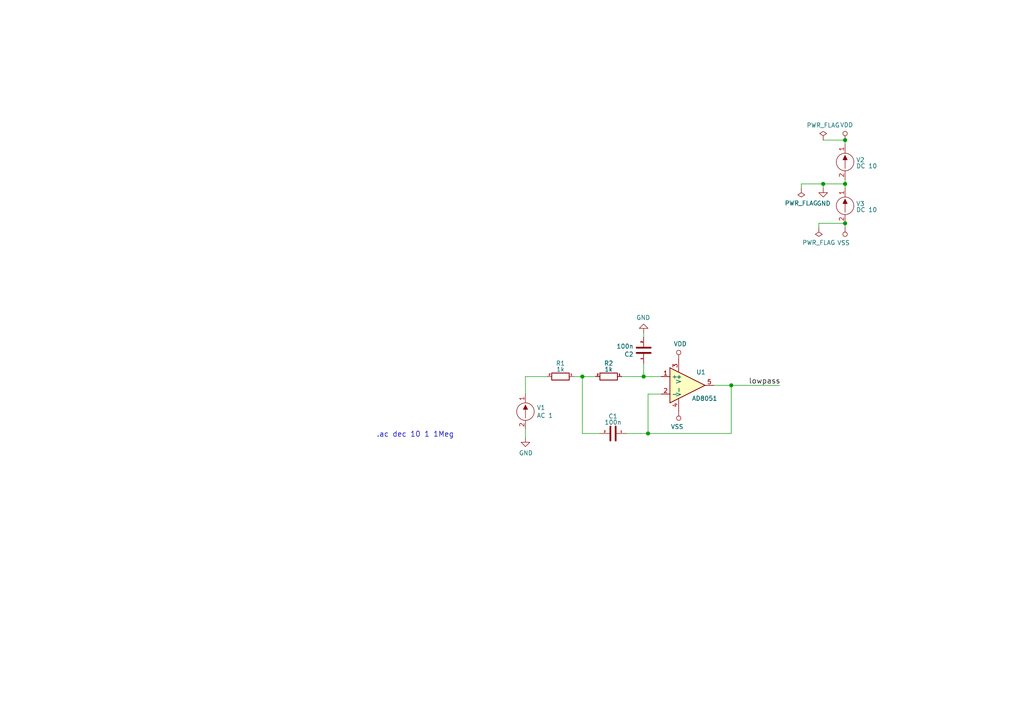
<source format=kicad_sch>
(kicad_sch (version 20220404) (generator eeschema)
  (paper "A4")
  (lib_symbols
    (symbol "C_1" (pin_names (offset 0) hide)
      (property "Reference" "C" (at 0.635 2.54 0))
      (property "Value" "C_1" (at 0.635 -2.54 0))
      (symbol "C_1_0_1"
        (polyline (pts (xy -2.032 -0.762) (xy 2.032 -0.762)) (stroke (width 0.508)))
        (polyline (pts (xy -2.032 0.762) (xy 2.032 0.762)) (stroke (width 0.508)))
      )
      (symbol "C_1_1_1"
        (pin passive line (at 0 3.81 270) (length 2.794) (name "1") (number "1"))
        (pin passive line (at 0 -3.81 90) (length 2.794) (name "2") (number "2"))
      )
    )
    (symbol "R_1" (pin_names (offset 0) hide)
      (property "Reference" "R" (at 2.032 0 90))
      (property "Value" "R_1" (at 0 0 90))
      (symbol "R_1_0_1"
        (rectangle (start -1.016 -2.54) (end 1.016 2.54) (stroke (width 0.254)))
      )
      (symbol "R_1_1_1"
        (pin passive line (at 0 3.81 270) (length 1.27) (name "1") (number "1"))
        (pin passive line (at 0 -3.81 90) (length 1.27) (name "2") (number "2"))
      )
    )
    (symbol "power:PWR_FLAG" (power) (pin_numbers hide) (pin_names (offset 0) hide)
      (property "Value" "PWR_FLAG" (at 0 3.81 0))
      (symbol "PWR_FLAG_0_0"
        (pin power_out line (at 0 0 90) (length 0) (name "pwr") (number "1"))
      )
      (symbol "PWR_FLAG_0_1"
        (polyline (pts (xy 0 0) (xy 0 1.27) (xy -1.016 1.905) (xy 0 2.54) (xy 1.016 1.905) (xy 0 1.27)))
      )
    )
    (symbol "sallen_key_schlib:C" (pin_names (offset 0) hide)
      (property "Reference" "C" (at 0.635 2.54 0))
      (property "Value" "C" (at 0.635 -2.54 0))
      (symbol "C_0_1"
        (polyline (pts (xy -2.032 -0.762) (xy 2.032 -0.762)) (stroke (width 0.508)))
        (polyline (pts (xy -2.032 0.762) (xy 2.032 0.762)) (stroke (width 0.508)))
      )
      (symbol "C_1_1"
        (pin passive line (at 0 3.81 270) (length 2.794) (name "1") (number "1"))
        (pin passive line (at 0 -3.81 90) (length 2.794) (name "2") (number "2"))
      )
    )
    (symbol "sallen_key_schlib:GND" (power) (pin_names (offset 0))
      (property "Value" "GND" (at 0 -3.81 0))
      (symbol "GND_0_1"
        (polyline (pts (xy 0 0) (xy 0 -1.27) (xy 1.27 -1.27) (xy 0 -2.54) (xy -1.27 -1.27) (xy 0 -1.27)))
      )
      (symbol "GND_1_1"
        (pin power_in line (at 0 0 270) (length 0) hide (name "GND") (number "1"))
      )
    )
    (symbol "sallen_key_schlib:Generic_Opamp"
      (property "Reference" "U" (at 0 6.35 0))
      (property "Value" "Generic_Opamp" (at 0 3.81 0))
      (symbol "Generic_Opamp_0_1"
        (polyline (pts (xy -5.08 5.08) (xy 5.08 0) (xy -5.08 -5.08) (xy -5.08 5.08)) (stroke (width 0.254)) (fill (type background)))
      )
      (symbol "Generic_Opamp_1_1"
        (pin input line (at -7.62 2.54 0) (length 2.54) (name "+") (number "1"))
        (pin input line (at -7.62 -2.54 0) (length 2.54) (name "-") (number "2"))
        (pin power_in line (at -2.54 7.62 270) (length 3.81) (name "V+") (number "3"))
        (pin power_in line (at -2.54 -7.62 90) (length 3.81) (name "V-") (number "4"))
        (pin output line (at 7.62 0 180) (length 2.54) (name "~") (number "5"))
      )
    )
    (symbol "sallen_key_schlib:R" (pin_names (offset 0) hide)
      (property "Reference" "R" (at 2.032 0 90))
      (property "Value" "R" (at 0 0 90))
      (symbol "R_0_1"
        (rectangle (start -1.016 -2.54) (end 1.016 2.54) (stroke (width 0.254)))
      )
      (symbol "R_1_1"
        (pin passive line (at 0 3.81 270) (length 1.27) (name "1") (number "1"))
        (pin passive line (at 0 -3.81 90) (length 1.27) (name "2") (number "2"))
      )
    )
    (symbol "sallen_key_schlib:VDD" (power) (pin_names (offset 0))
      (property "Value" "VDD" (at 0 3.81 0))
      (symbol "VDD_0_1"
        (polyline (pts (xy 0 0) (xy 0 1.27)))
        (circle (center 0 1.905) (radius 0.635))
      )
      (symbol "VDD_1_1"
        (pin power_in line (at 0 0 90) (length 0) hide (name "VDD") (number "1"))
      )
    )
    (symbol "sallen_key_schlib:VSOURCE" (pin_names (offset 1.016))
      (property "Reference" "V" (at 5.08 5.08 0))
      (symbol "VSOURCE_0_1"
        (polyline (pts (xy 0 -1.905) (xy 0 1.905)))
        (polyline (pts (xy 0 1.905) (xy -0.635 0.635) (xy 0.635 0.635) (xy 0 1.905)) (fill (type outline)))
        (circle (center 0 0) (radius 2.54))
      )
      (symbol "VSOURCE_1_1"
        (pin input line (at 0 5.08 270) (length 2.54) (name "~") (number "1"))
        (pin input line (at 0 -5.08 90) (length 2.54) (name "~") (number "2"))
      )
    )
    (symbol "sallen_key_schlib:VSS" (power) (pin_names (offset 0))
      (property "Value" "VSS" (at 0 3.81 0))
      (symbol "VSS_0_1"
        (polyline (pts (xy 0 0) (xy 0 1.27)))
        (circle (center 0 1.905) (radius 0.635))
      )
      (symbol "VSS_1_1"
        (pin power_in line (at 0 0 90) (length 0) hide (name "VSS") (number "1"))
      )
    )
  )
  (junction (at 238.76 53.34) (diameter 1.016))
  (junction (at 245.11 40.64) (diameter 1.016))
  (junction (at 245.11 64.77) (diameter 1.016))
  (junction (at 168.91 109.22) (diameter 1.016))
  (junction (at 212.09 111.76) (diameter 1.016))
  (junction (at 245.11 53.34) (diameter 1.016))
  (junction (at 187.96 125.73) (diameter 1.016))
  (junction (at 186.69 109.22) (diameter 1.016))
  (wire (pts (xy 212.09 125.73) (xy 187.96 125.73)))
  (wire (pts (xy 168.91 109.22) (xy 172.72 109.22)))
  (wire (pts (xy 187.96 114.3) (xy 191.77 114.3)))
  (wire (pts (xy 238.76 53.34) (xy 245.11 53.34)))
  (wire (pts (xy 237.49 64.77) (xy 237.49 66.04)))
  (wire (pts (xy 186.69 109.22) (xy 191.77 109.22)))
  (wire (pts (xy 187.96 125.73) (xy 181.61 125.73)))
  (wire (pts (xy 180.34 109.22) (xy 186.69 109.22)))
  (wire (pts (xy 152.4 124.46) (xy 152.4 127)))
  (wire (pts (xy 245.11 64.77) (xy 237.49 64.77)))
  (wire (pts (xy 168.91 125.73) (xy 168.91 109.22)))
  (wire (pts (xy 212.09 125.73) (xy 212.09 111.76)))
  (wire (pts (xy 187.96 125.73) (xy 187.96 114.3)))
  (wire (pts (xy 212.09 111.76) (xy 226.06 111.76)))
  (wire (pts (xy 173.99 125.73) (xy 168.91 125.73)))
  (wire (pts (xy 166.37 109.22) (xy 168.91 109.22)))
  (wire (pts (xy 245.11 52.07) (xy 245.11 53.34)))
  (wire (pts (xy 238.76 53.34) (xy 238.76 54.61)))
  (wire (pts (xy 238.76 40.64) (xy 245.11 40.64)))
  (wire (pts (xy 186.69 105.41) (xy 186.69 109.22)))
  (wire (pts (xy 245.11 53.34) (xy 245.11 54.61)))
  (wire (pts (xy 232.41 53.34) (xy 232.41 54.61)))
  (wire (pts (xy 245.11 66.04) (xy 245.11 64.77)))
  (wire (pts (xy 232.41 53.34) (xy 238.76 53.34)))
  (wire (pts (xy 245.11 40.64) (xy 245.11 41.91)))
  (wire (pts (xy 186.69 96.52) (xy 186.69 97.79)))
  (wire (pts (xy 207.01 111.76) (xy 212.09 111.76)))
  (wire (pts (xy 158.75 109.22) (xy 152.4 109.22)))
  (wire (pts (xy 152.4 109.22) (xy 152.4 114.3)))
  (text ".ac dec 10 1 1Meg\n" (at 109.22 127 0) (effects (font (size 1.524 1.524)) (justify left bottom)))
  (label "lowpass" (at 217.17 111.76 0) (effects (font (size 1.524 1.524))))
  (symbol (lib_id "sallen_key_schlib:VSOURCE") (at 152.4 119.38 0) (unit 1)
    (default_instance (reference "U") (unit 1) (value "") (footprint ""))
    (property "Reference" "V1" (at 155.6512 118.2116 0) (effects (justify left)))
    (property "Value" "AC 1" (at 155.6512 120.523 0) (effects (justify left)))
    (property "Fieldname" "Value" (effects hide))
    (property "Spice_Primitive" "V" (effects hide))
    (property "Spice_Node_Sequence" "1 2" (effects hide))
  )
  (symbol (lib_id "sallen_key_schlib:Generic_Opamp") (at 199.39 111.76 0) (unit 1)
    (default_instance (reference "U") (unit 1) (value "") (footprint ""))
    (property "Reference" "U1" (at 201.93 107.95 0) (effects (justify left)))
    (property "Value" "AD8051" (at 200.66 115.57 0) (effects (justify left)))
    (property "Spice_Primitive" "X" (effects hide))
    (property "Spice_Model" "AD8051" (effects hide))
    (property "Spice_Lib_File" "ad8051.lib" (effects hide))
    (property "Spice_Netlist_Enabled" "Y" (effects hide))
  )
  (symbol (lib_id "sallen_key_schlib:VSOURCE") (at 245.11 46.99 0) (unit 1)
    (default_instance (reference "U") (unit 1) (value "") (footprint ""))
    (property "Reference" "V2" (at 248.285 46.3955 0) (effects (justify left)))
    (property "Value" "DC 10" (at 248.285 48.1577 0) (effects (justify left)))
    (property "Fieldname" "Value" (effects hide))
    (property "Spice_Primitive" "V" (effects hide))
    (property "Spice_Node_Sequence" "1 2" (effects hide))
  )
  (symbol (lib_id "sallen_key_schlib:VSOURCE") (at 245.11 59.69 0) (unit 1)
    (default_instance (reference "U") (unit 1) (value "") (footprint ""))
    (property "Reference" "V3" (at 248.285 59.0955 0) (effects (justify left)))
    (property "Value" "DC 10" (at 248.285 60.8577 0) (effects (justify left)))
    (property "Fieldname" "Value" (effects hide))
    (property "Spice_Primitive" "V" (effects hide))
    (property "Spice_Node_Sequence" "1 2" (effects hide))
  )
  (symbol (lib_id "sallen_key_schlib:GND") (at 238.76 54.61 0) (unit 1)
    (default_instance (reference "U") (unit 1) (value "") (footprint ""))
    (property "Reference" "#PWR05" (effects hide))
    (property "Value" "GND" (at 238.887 59.0042 0))
  )
  (symbol (lib_id "sallen_key_schlib:VDD") (at 245.11 40.64 0) (unit 1)
    (default_instance (reference "U") (unit 1) (value "") (footprint ""))
    (property "Reference" "#PWR06" (effects hide))
    (property "Value" "VDD" (at 245.5418 36.2458 0))
  )
  (symbol (lib_id "sallen_key_schlib:VSS") (at 245.11 66.04 180) (unit 1)
    (default_instance (reference "U") (unit 1) (value "") (footprint ""))
    (property "Reference" "#PWR07" (effects hide))
    (property "Value" "VSS" (at 244.6528 70.4342 0))
  )
  (symbol (lib_id "sallen_key_schlib:VDD") (at 196.85 104.14 0) (unit 1)
    (default_instance (reference "U") (unit 1) (value "") (footprint ""))
    (property "Reference" "#PWR03" (effects hide))
    (property "Value" "VDD" (at 197.2818 99.7458 0))
  )
  (symbol (lib_id "sallen_key_schlib:VSS") (at 196.85 119.38 180) (unit 1)
    (default_instance (reference "U") (unit 1) (value "") (footprint ""))
    (property "Reference" "#PWR04" (effects hide))
    (property "Value" "VSS" (at 196.3928 123.7742 0))
  )
  (symbol (lib_id "sallen_key_schlib:R") (at 176.53 109.22 270) (unit 1)
    (default_instance (reference "U") (unit 1) (value "") (footprint ""))
    (property "Reference" "R2" (at 176.53 105.3719 90))
    (property "Value" "1k" (at 176.53 107.1341 90))
    (property "Fieldname" "Value" (effects hide))
    (property "SpiceMapping" "1 2" (effects hide))
    (property "Spice_Primitive" "R" (effects hide))
  )
  (symbol (lib_name "R_1") (lib_id "sallen_key_schlib:R") (at 162.56 109.22 270) (unit 1)
    (default_instance (reference "U") (unit 1) (value "") (footprint ""))
    (property "Reference" "R1" (at 162.56 105.3719 90))
    (property "Value" "1k" (at 162.56 107.1341 90))
    (property "Fieldname" "Value" (effects hide))
    (property "SpiceMapping" "1 2" (effects hide))
    (property "Spice_Primitive" "R" (effects hide))
  )
  (symbol (lib_name "C_1") (lib_id "sallen_key_schlib:C") (at 177.8 125.73 270) (unit 1)
    (default_instance (reference "U") (unit 1) (value "") (footprint ""))
    (property "Reference" "C1" (at 177.8 120.7389 90))
    (property "Value" "100n" (at 177.8 122.5011 90))
  )
  (symbol (lib_id "sallen_key_schlib:C") (at 186.69 101.6 180) (unit 1)
    (default_instance (reference "U") (unit 1) (value "") (footprint ""))
    (property "Reference" "C2" (at 183.769 102.7684 0) (effects (justify left)))
    (property "Value" "100n" (at 183.769 100.457 0) (effects (justify left)))
    (property "Fieldname" "Value" (effects hide))
    (property "Spice_Primitive" "C" (effects hide))
    (property "SpiceMapping" "1 2" (effects hide))
  )
  (symbol (lib_id "sallen_key_schlib:GND") (at 186.69 96.52 180) (unit 1)
    (default_instance (reference "U") (unit 1) (value "") (footprint ""))
    (property "Reference" "#PWR02" (effects hide))
    (property "Value" "GND" (at 186.563 92.1258 0))
  )
  (symbol (lib_id "sallen_key_schlib:GND") (at 152.4 127 0) (unit 1)
    (default_instance (reference "U") (unit 1) (value "") (footprint ""))
    (property "Reference" "#PWR0101" (effects hide))
    (property "Value" "GND" (at 152.527 131.3942 0))
  )
  (symbol (lib_id "power:PWR_FLAG") (at 237.49 66.04 180) (unit 1)
    (default_instance (reference "U") (unit 1) (value "") (footprint ""))
    (property "Reference" "#FLG0101" (effects hide))
    (property "Value" "PWR_FLAG" (at 237.49 70.3644 0))
  )
  (symbol (lib_id "power:PWR_FLAG") (at 238.76 40.64 0) (unit 1)
    (default_instance (reference "U") (unit 1) (value "") (footprint ""))
    (property "Reference" "#FLG0103" (effects hide))
    (property "Value" "PWR_FLAG" (at 238.76 36.3156 0))
  )
  (symbol (lib_id "power:PWR_FLAG") (at 232.41 54.61 180) (unit 1)
    (default_instance (reference "U") (unit 1) (value "") (footprint ""))
    (property "Reference" "#FLG0102" (effects hide))
    (property "Value" "PWR_FLAG" (at 232.41 58.9344 0))
  )
)
</source>
